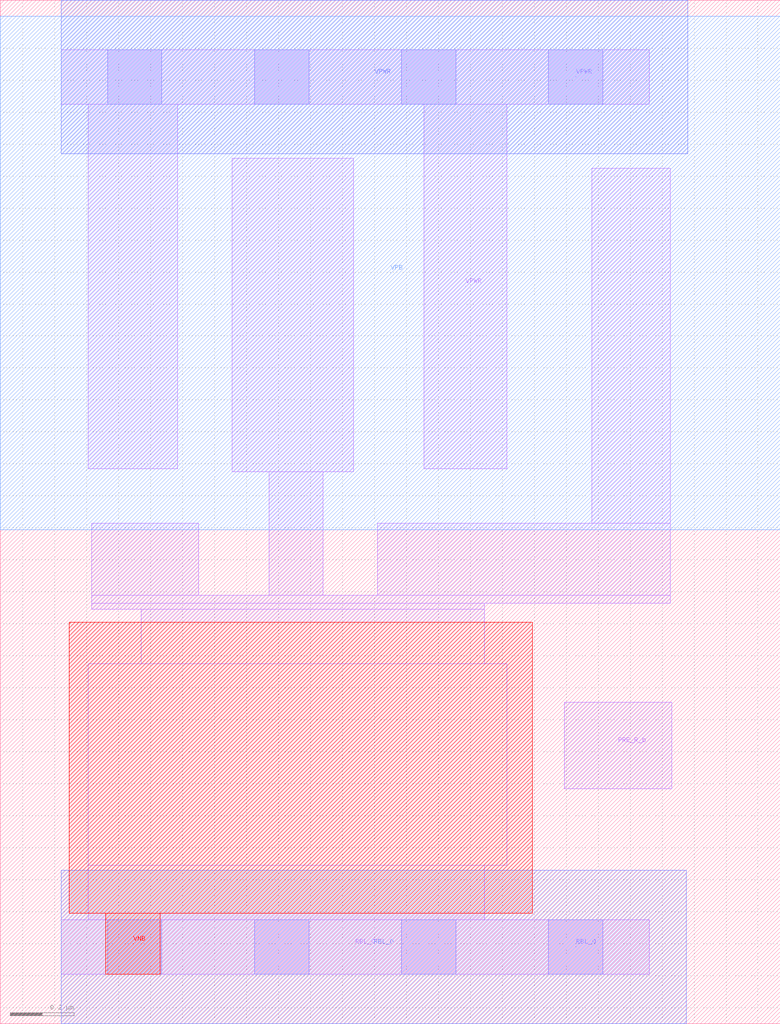
<source format=lef>
VERSION 5.7 ;
  NOWIREEXTENSIONATPIN ON ;
  DIVIDERCHAR "/" ;
  BUSBITCHARS "[]" ;
MACRO toysram_local_eval
  CLASS BLOCK ;
  FOREIGN toysram_local_eval ;
  ORIGIN 0.270 0.150 ;
  SIZE 2.440 BY 3.200 ;
  PIN RBL_O
    ANTENNAGATEAREA 0.555000 ;
    ANTENNADIFFAREA 0.898275 ;
    PORT
      LAYER li1 ;
        RECT 0.455 1.575 0.835 2.555 ;
        RECT 0.015 1.190 0.350 1.415 ;
        RECT 0.570 1.190 0.740 1.575 ;
        RECT 1.580 1.415 1.825 2.525 ;
        RECT 0.910 1.190 1.825 1.415 ;
        RECT 0.015 1.165 1.825 1.190 ;
        RECT 0.015 1.145 1.245 1.165 ;
        RECT 0.170 0.975 1.245 1.145 ;
        RECT 0.005 0.345 1.315 0.975 ;
        RECT 0.005 0.175 1.245 0.345 ;
        RECT -0.080 0.005 1.760 0.175 ;
      LAYER mcon ;
        RECT 0.065 0.005 0.235 0.175 ;
        RECT 0.525 0.005 0.695 0.175 ;
        RECT 0.985 0.005 1.155 0.175 ;
        RECT 1.445 0.005 1.615 0.175 ;
      LAYER met1 ;
        RECT -0.080 -0.150 1.875 0.330 ;
    END
  END RBL_O
  PIN PRE_R_b
    ANTENNAGATEAREA 0.116025 ;
    PORT
      LAYER li1 ;
        RECT 1.495 0.585 1.830 0.855 ;
    END
  END PRE_R_b
  PIN VPB
    PORT
      LAYER nwell ;
        RECT -0.270 1.395 2.170 3.000 ;
    END
  END VPB
  PIN VNB
    PORT
      LAYER pwell ;
        RECT -0.055 0.195 1.395 1.105 ;
        RECT 0.060 0.005 0.230 0.195 ;
    END
  END VNB
  PIN VPWR
    USE POWER ;
    PORT
      LAYER li1 ;
        RECT -0.080 2.725 1.760 2.895 ;
        RECT 0.005 1.585 0.285 2.725 ;
        RECT 1.055 1.585 1.315 2.725 ;
      LAYER mcon ;
        RECT 0.065 2.725 0.235 2.895 ;
        RECT 0.525 2.725 0.695 2.895 ;
        RECT 0.985 2.725 1.155 2.895 ;
        RECT 1.445 2.725 1.615 2.895 ;
      LAYER met1 ;
        RECT -0.080 2.570 1.880 3.050 ;
    END
  END VPWR
END toysram_local_eval
END LIBRARY


</source>
